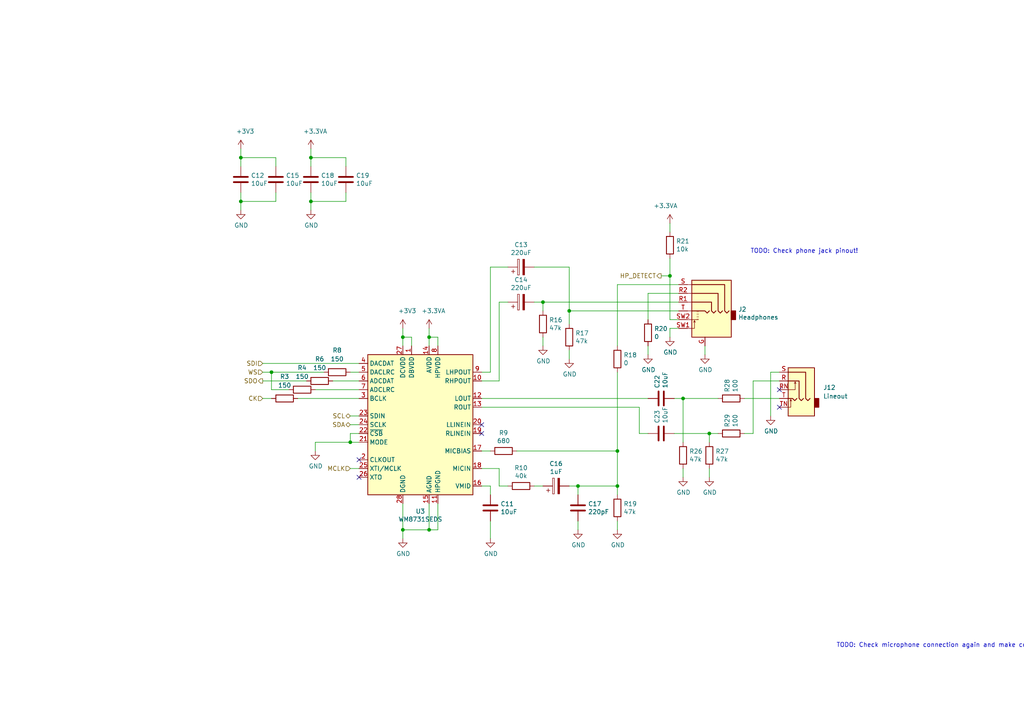
<source format=kicad_sch>
(kicad_sch (version 20210621) (generator eeschema)
  (paper "A4")
  (lib_symbols
    (symbol "Audio:WM8731SEDS"
      (property "Reference" "U" (at -13.97 21.59 0))
      (property "Value" "WM8731SEDS" (at 0 5.08 0))
      (symbol "WM8731SEDS_0_1"
        (rectangle (start -15.24 20.32) (end 15.24 -20.32) (stroke (width 0.254)) (fill (type background)))
      )
      (symbol "WM8731SEDS_1_1"
        (pin power_in line (at -2.54 22.86 270) (length 2.54) (name "DBVDD") (number "1"))
        (pin output line (at 17.78 12.7 180) (length 2.54) (name "RHPOUT") (number "10"))
        (pin power_in line (at 5.08 -22.86 90) (length 2.54) (name "HPGND") (number "11"))
        (pin output line (at 17.78 7.62 180) (length 2.54) (name "LOUT") (number "12"))
        (pin output line (at 17.78 5.08 180) (length 2.54) (name "ROUT") (number "13"))
        (pin power_in line (at 2.54 22.86 270) (length 2.54) (name "AVDD") (number "14"))
        (pin power_in line (at 2.54 -22.86 90) (length 2.54) (name "AGND") (number "15"))
        (pin passive line (at 17.78 -17.78 180) (length 2.54) (name "VMID") (number "16"))
        (pin output line (at 17.78 -7.62 180) (length 2.54) (name "MICBIAS") (number "17"))
        (pin input line (at 17.78 -12.7 180) (length 2.54) (name "MICIN") (number "18"))
        (pin input line (at 17.78 -2.54 180) (length 2.54) (name "RLINEIN") (number "19"))
        (pin output line (at -17.78 -10.16 0) (length 2.54) (name "CLKOUT") (number "2"))
        (pin input line (at 17.78 0 180) (length 2.54) (name "LLINEIN") (number "20"))
        (pin input line (at -17.78 -5.08 0) (length 2.54) (name "MODE") (number "21"))
        (pin input line (at -17.78 -2.54 0) (length 2.54) (name "~{CSB}") (number "22"))
        (pin bidirectional line (at -17.78 2.54 0) (length 2.54) (name "SDIN") (number "23"))
        (pin input line (at -17.78 0 0) (length 2.54) (name "SCLK") (number "24"))
        (pin input line (at -17.78 -12.7 0) (length 2.54) (name "XTI/MCLK") (number "25"))
        (pin output line (at -17.78 -15.24 0) (length 2.54) (name "XTO") (number "26"))
        (pin power_in line (at -5.08 22.86 270) (length 2.54) (name "DCVDD") (number "27"))
        (pin power_in line (at -5.08 -22.86 90) (length 2.54) (name "DGND") (number "28"))
        (pin bidirectional line (at -17.78 7.62 0) (length 2.54) (name "BCLK") (number "3"))
        (pin input line (at -17.78 17.78 0) (length 2.54) (name "DACDAT") (number "4"))
        (pin bidirectional line (at -17.78 15.24 0) (length 2.54) (name "DACLRC") (number "5"))
        (pin output line (at -17.78 12.7 0) (length 2.54) (name "ADCDAT") (number "6"))
        (pin bidirectional line (at -17.78 10.16 0) (length 2.54) (name "ADCLRC") (number "7"))
        (pin power_in line (at 5.08 22.86 270) (length 2.54) (name "HPVDD") (number "8"))
        (pin output line (at 17.78 15.24 180) (length 2.54) (name "LHPOUT") (number "9"))
      )
    )
    (symbol "Connector:AudioJack3_SwitchTR"
      (property "Reference" "J" (at 0 8.89 0))
      (property "Value" "AudioJack3_SwitchTR" (at 0 6.35 0))
      (symbol "AudioJack3_SwitchTR_0_1"
        (rectangle (start -5.08 -5.08) (end -6.35 -7.62) (stroke (width 0.254)) (fill (type outline)))
        (rectangle (start 2.54 3.81) (end -5.08 -10.16) (stroke (width 0.254)) (fill (type background)))
        (polyline (pts (xy 0.508 -0.254) (xy 0.762 -0.762)))
        (polyline (pts (xy 1.778 -5.334) (xy 2.032 -5.842)))
        (polyline (pts (xy 0 -5.08) (xy 0.635 -5.715) (xy 1.27 -5.08) (xy 2.54 -5.08)) (stroke (width 0.254)))
        (polyline (pts (xy 2.54 -7.62) (xy 1.778 -7.62) (xy 1.778 -5.334) (xy 1.524 -5.842)))
        (polyline (pts (xy 2.54 -2.54) (xy 0.508 -2.54) (xy 0.508 -0.254) (xy 0.254 -0.762)))
        (polyline (pts (xy -1.905 -5.08) (xy -1.27 -5.715) (xy -0.635 -5.08) (xy -0.635 0) (xy 2.54 0)) (stroke (width 0.254)))
        (polyline (pts (xy 2.54 2.54) (xy -2.54 2.54) (xy -2.54 -5.08) (xy -3.175 -5.715) (xy -3.81 -5.08)) (stroke (width 0.254)))
      )
      (symbol "AudioJack3_SwitchTR_1_1"
        (pin passive line (at 5.08 0 180) (length 2.54) (name "~") (number "R"))
        (pin passive line (at 5.08 -2.54 180) (length 2.54) (name "~") (number "RN"))
        (pin passive line (at 5.08 2.54 180) (length 2.54) (name "~") (number "S"))
        (pin passive line (at 5.08 -5.08 180) (length 2.54) (name "~") (number "T"))
        (pin passive line (at 5.08 -7.62 180) (length 2.54) (name "~") (number "TN"))
      )
    )
    (symbol "Device:C" (pin_numbers hide) (pin_names (offset 0.254))
      (property "Reference" "C" (at 0.635 2.54 0))
      (property "Value" "C" (at 0.635 -2.54 0))
      (symbol "C_0_1"
        (polyline (pts (xy -2.032 -0.762) (xy 2.032 -0.762)) (stroke (width 0.508)))
        (polyline (pts (xy -2.032 0.762) (xy 2.032 0.762)) (stroke (width 0.508)))
      )
      (symbol "C_1_1"
        (pin passive line (at 0 3.81 270) (length 2.794) (name "~") (number "1"))
        (pin passive line (at 0 -3.81 90) (length 2.794) (name "~") (number "2"))
      )
    )
    (symbol "Device:C_Polarized" (pin_numbers hide) (pin_names (offset 0.254))
      (property "Reference" "C" (at 0.635 2.54 0))
      (property "Value" "C_Polarized" (at 0.635 -2.54 0))
      (symbol "C_Polarized_0_1"
        (rectangle (start -2.286 0.508) (end 2.286 1.016))
        (rectangle (start 2.286 -0.508) (end -2.286 -1.016) (fill (type outline)))
        (polyline (pts (xy -1.778 2.286) (xy -0.762 2.286)))
        (polyline (pts (xy -1.27 2.794) (xy -1.27 1.778)))
      )
      (symbol "C_Polarized_1_1"
        (pin passive line (at 0 3.81 270) (length 2.794) (name "~") (number "1"))
        (pin passive line (at 0 -3.81 90) (length 2.794) (name "~") (number "2"))
      )
    )
    (symbol "Device:R" (pin_numbers hide) (pin_names (offset 0))
      (property "Reference" "R" (at 2.032 0 90))
      (property "Value" "R" (at 0 0 90))
      (symbol "R_0_1"
        (rectangle (start -1.016 -2.54) (end 1.016 2.54) (stroke (width 0.254)))
      )
      (symbol "R_1_1"
        (pin passive line (at 0 3.81 270) (length 1.27) (name "~") (number "1"))
        (pin passive line (at 0 -3.81 90) (length 1.27) (name "~") (number "2"))
      )
    )
    (symbol "HackAmp-Symbols:AudioJack4_Ground_IsolatedSwitch"
      (property "Reference" "J" (at 0 11.43 0))
      (property "Value" "AudioJack4_Ground_IsolatedSwitch" (at 0 8.89 0))
      (symbol "AudioJack4_Ground_IsolatedSwitch_0_1"
        (rectangle (start -7.62 -2.54) (end -8.89 -5.08) (stroke (width 0.254)) (fill (type outline)))
        (rectangle (start -7.62 6.35) (end 3.81 -10.16) (stroke (width 0.254)) (fill (type background)))
        (polyline (pts (xy 1.905 -5.08) (xy 1.905 -4.826)) (stroke (width 0.001)))
        (polyline (pts (xy 1.905 -4.445) (xy 1.905 -4.064)) (stroke (width 0.001)))
        (polyline (pts (xy 1.905 -3.683) (xy 1.905 -3.302)) (stroke (width 0.001)))
        (polyline (pts (xy 1.905 -2.921) (xy 1.905 -2.54)) (stroke (width 0.001)))
        (polyline (pts (xy 2.286 -5.08) (xy 2.286 -4.826)) (stroke (width 0.001)))
        (polyline (pts (xy 2.286 -4.445) (xy 2.286 -4.064)) (stroke (width 0.001)))
        (polyline (pts (xy 2.286 -3.683) (xy 2.286 -3.302)) (stroke (width 0.001)))
        (polyline (pts (xy 2.286 -2.921) (xy 2.286 -2.54)) (stroke (width 0.001)))
        (polyline (pts (xy 3.81 2.54) (xy 5.08 2.54)))
        (polyline (pts (xy 5.08 -5.08) (xy 1.905 -5.08)))
        (polyline (pts (xy 5.08 -2.54) (xy 3.81 -2.54)))
        (polyline (pts (xy 5.08 0) (xy 3.81 0)))
        (polyline (pts (xy 5.08 5.08) (xy 3.81 5.08)))
      )
      (symbol "AudioJack4_Ground_IsolatedSwitch_1_1"
        (polyline (pts (xy 3.048 -5.334) (xy 3.302 -5.842)))
        (polyline (pts (xy -1.27 -2.54) (xy -0.635 -3.175) (xy 0 -2.54) (xy 3.81 -2.54)) (stroke (width 0.254)))
        (polyline (pts (xy 5.08 -7.62) (xy 3.048 -7.62) (xy 3.048 -5.334) (xy 2.794 -5.842)))
        (polyline (pts (xy -3.175 -2.54) (xy -2.54 -3.175) (xy -1.905 -2.54) (xy -1.905 0) (xy 3.81 0)) (stroke (width 0.254)))
        (polyline (pts (xy 3.81 2.54) (xy -3.81 2.54) (xy -3.81 -2.54) (xy -4.445 -3.175) (xy -5.08 -2.54)) (stroke (width 0.254)))
        (polyline (pts (xy 3.81 5.08) (xy -5.715 5.08) (xy -5.715 -2.54) (xy -6.35 -3.175) (xy -6.985 -2.54)) (stroke (width 0.254)))
        (pin passive line (at 0 -12.7 90) (length 2.54) (name "~") (number "G"))
        (pin passive line (at 7.62 0 180) (length 2.54) (name "~") (number "R1"))
        (pin passive line (at 7.62 2.54 180) (length 2.54) (name "~") (number "R2"))
        (pin passive line (at 7.62 5.08 180) (length 2.54) (name "~") (number "S"))
        (pin passive line (at 7.62 -7.62 180) (length 2.54) (name "~") (number "SW1"))
        (pin passive line (at 7.62 -5.08 180) (length 2.54) (name "~") (number "SW2"))
        (pin passive line (at 7.62 -2.54 180) (length 2.54) (name "~") (number "T"))
      )
    )
    (symbol "power:+3.3VA" (power) (pin_names (offset 0))
      (property "Value" "+3.3VA" (at 0 3.556 0))
      (symbol "+3.3VA_0_1"
        (polyline (pts (xy -0.762 1.27) (xy 0 2.54)))
        (polyline (pts (xy 0 0) (xy 0 2.54)))
        (polyline (pts (xy 0 2.54) (xy 0.762 1.27)))
      )
      (symbol "+3.3VA_1_1"
        (pin power_in line (at 0 0 90) (length 0) hide (name "+3.3VA") (number "1"))
      )
    )
    (symbol "power:+3V3" (power) (pin_names (offset 0))
      (property "Value" "+3V3" (at 0 3.556 0))
      (symbol "+3V3_0_1"
        (polyline (pts (xy -0.762 1.27) (xy 0 2.54)))
        (polyline (pts (xy 0 0) (xy 0 2.54)))
        (polyline (pts (xy 0 2.54) (xy 0.762 1.27)))
      )
      (symbol "+3V3_1_1"
        (pin power_in line (at 0 0 90) (length 0) hide (name "+3V3") (number "1"))
      )
    )
    (symbol "power:GND" (power) (pin_names (offset 0))
      (property "Value" "GND" (at 0 -3.81 0))
      (symbol "GND_0_1"
        (polyline (pts (xy 0 0) (xy 0 -1.27) (xy 1.27 -1.27) (xy 0 -2.54) (xy -1.27 -1.27) (xy 0 -1.27)))
      )
      (symbol "GND_1_1"
        (pin power_in line (at 0 0 270) (length 0) hide (name "GND") (number "1"))
      )
    )
  )
  (junction (at 69.85 45.72) (diameter 0.9144))
  (junction (at 69.85 58.42) (diameter 0.9144))
  (junction (at 78.74 107.95) (diameter 0.9144))
  (junction (at 90.17 45.72) (diameter 0.9144))
  (junction (at 90.17 58.42) (diameter 0.9144))
  (junction (at 101.6 128.27) (diameter 0.9144))
  (junction (at 116.84 97.79) (diameter 0.9144))
  (junction (at 116.84 153.67) (diameter 0.9144))
  (junction (at 124.46 97.79) (diameter 0.9144))
  (junction (at 124.46 153.67) (diameter 0.9144))
  (junction (at 157.48 87.63) (diameter 0.9144))
  (junction (at 165.1 90.17) (diameter 0.9144))
  (junction (at 167.64 140.97) (diameter 0.9144))
  (junction (at 179.07 130.81) (diameter 0.9144))
  (junction (at 179.07 140.97) (diameter 0.9144))
  (junction (at 194.31 80.01) (diameter 0.9144))
  (junction (at 198.12 115.57))
  (junction (at 205.74 125.73))
  (no_connect (at 104.14 133.35))
  (no_connect (at 104.14 138.43))
  (no_connect (at 139.7 123.19))
  (no_connect (at 139.7 125.73))
  (no_connect (at 226.06 113.03))
  (no_connect (at 226.06 118.11))
  (wire (pts (xy 69.85 43.18) (xy 69.85 45.72)))
  (wire (pts (xy 69.85 45.72) (xy 80.01 45.72)))
  (wire (pts (xy 69.85 48.26) (xy 69.85 45.72)))
  (wire (pts (xy 69.85 55.88) (xy 69.85 58.42)))
  (wire (pts (xy 69.85 58.42) (xy 69.85 60.96)))
  (wire (pts (xy 69.85 58.42) (xy 80.01 58.42)))
  (wire (pts (xy 76.2 105.41) (xy 104.14 105.41)))
  (wire (pts (xy 76.2 107.95) (xy 78.74 107.95)))
  (wire (pts (xy 76.2 110.49) (xy 88.9 110.49)))
  (wire (pts (xy 76.2 115.57) (xy 78.74 115.57)))
  (wire (pts (xy 78.74 107.95) (xy 78.74 113.03)))
  (wire (pts (xy 78.74 107.95) (xy 93.98 107.95)))
  (wire (pts (xy 78.74 113.03) (xy 83.82 113.03)))
  (wire (pts (xy 80.01 48.26) (xy 80.01 45.72)))
  (wire (pts (xy 80.01 55.88) (xy 80.01 58.42)))
  (wire (pts (xy 86.36 115.57) (xy 104.14 115.57)))
  (wire (pts (xy 90.17 43.18) (xy 90.17 45.72)))
  (wire (pts (xy 90.17 45.72) (xy 100.33 45.72)))
  (wire (pts (xy 90.17 48.26) (xy 90.17 45.72)))
  (wire (pts (xy 90.17 58.42) (xy 90.17 55.88)))
  (wire (pts (xy 90.17 58.42) (xy 90.17 60.96)))
  (wire (pts (xy 90.17 58.42) (xy 100.33 58.42)))
  (wire (pts (xy 91.44 113.03) (xy 104.14 113.03)))
  (wire (pts (xy 91.44 128.27) (xy 101.6 128.27)))
  (wire (pts (xy 91.44 130.81) (xy 91.44 128.27)))
  (wire (pts (xy 96.52 110.49) (xy 104.14 110.49)))
  (wire (pts (xy 100.33 45.72) (xy 100.33 48.26)))
  (wire (pts (xy 100.33 58.42) (xy 100.33 55.88)))
  (wire (pts (xy 101.6 107.95) (xy 104.14 107.95)))
  (wire (pts (xy 101.6 120.65) (xy 104.14 120.65)))
  (wire (pts (xy 101.6 123.19) (xy 104.14 123.19)))
  (wire (pts (xy 101.6 125.73) (xy 101.6 128.27)))
  (wire (pts (xy 101.6 128.27) (xy 104.14 128.27)))
  (wire (pts (xy 101.6 135.89) (xy 104.14 135.89)))
  (wire (pts (xy 104.14 125.73) (xy 101.6 125.73)))
  (wire (pts (xy 116.84 95.25) (xy 116.84 97.79)))
  (wire (pts (xy 116.84 97.79) (xy 119.38 97.79)))
  (wire (pts (xy 116.84 100.33) (xy 116.84 97.79)))
  (wire (pts (xy 116.84 153.67) (xy 116.84 146.05)))
  (wire (pts (xy 116.84 153.67) (xy 116.84 156.21)))
  (wire (pts (xy 119.38 100.33) (xy 119.38 97.79)))
  (wire (pts (xy 124.46 95.25) (xy 124.46 97.79)))
  (wire (pts (xy 124.46 97.79) (xy 127 97.79)))
  (wire (pts (xy 124.46 100.33) (xy 124.46 97.79)))
  (wire (pts (xy 124.46 146.05) (xy 124.46 153.67)))
  (wire (pts (xy 124.46 153.67) (xy 116.84 153.67)))
  (wire (pts (xy 127 97.79) (xy 127 100.33)))
  (wire (pts (xy 127 146.05) (xy 127 153.67)))
  (wire (pts (xy 127 153.67) (xy 124.46 153.67)))
  (wire (pts (xy 139.7 107.95) (xy 142.24 107.95)))
  (wire (pts (xy 139.7 110.49) (xy 144.78 110.49)))
  (wire (pts (xy 139.7 115.57) (xy 187.96 115.57)))
  (wire (pts (xy 139.7 130.81) (xy 142.24 130.81)))
  (wire (pts (xy 139.7 135.89) (xy 144.78 135.89)))
  (wire (pts (xy 139.7 140.97) (xy 142.24 140.97)))
  (wire (pts (xy 142.24 77.47) (xy 147.32 77.47)))
  (wire (pts (xy 142.24 107.95) (xy 142.24 77.47)))
  (wire (pts (xy 142.24 143.51) (xy 142.24 140.97)))
  (wire (pts (xy 142.24 151.13) (xy 142.24 156.21)))
  (wire (pts (xy 144.78 87.63) (xy 147.32 87.63)))
  (wire (pts (xy 144.78 110.49) (xy 144.78 87.63)))
  (wire (pts (xy 144.78 135.89) (xy 144.78 140.97)))
  (wire (pts (xy 144.78 140.97) (xy 147.32 140.97)))
  (wire (pts (xy 154.94 77.47) (xy 165.1 77.47)))
  (wire (pts (xy 154.94 87.63) (xy 157.48 87.63)))
  (wire (pts (xy 154.94 140.97) (xy 157.48 140.97)))
  (wire (pts (xy 157.48 87.63) (xy 157.48 90.17)))
  (wire (pts (xy 157.48 97.79) (xy 157.48 100.33)))
  (wire (pts (xy 165.1 77.47) (xy 165.1 90.17)))
  (wire (pts (xy 165.1 90.17) (xy 165.1 93.98)))
  (wire (pts (xy 165.1 90.17) (xy 196.85 90.17)))
  (wire (pts (xy 165.1 104.14) (xy 165.1 101.6)))
  (wire (pts (xy 165.1 140.97) (xy 167.64 140.97)))
  (wire (pts (xy 167.64 140.97) (xy 167.64 143.51)))
  (wire (pts (xy 167.64 151.13) (xy 167.64 153.67)))
  (wire (pts (xy 179.07 82.55) (xy 179.07 100.33)))
  (wire (pts (xy 179.07 82.55) (xy 196.85 82.55)))
  (wire (pts (xy 179.07 107.95) (xy 179.07 130.81)))
  (wire (pts (xy 179.07 130.81) (xy 149.86 130.81)))
  (wire (pts (xy 179.07 140.97) (xy 167.64 140.97)))
  (wire (pts (xy 179.07 140.97) (xy 179.07 130.81)))
  (wire (pts (xy 179.07 143.51) (xy 179.07 140.97)))
  (wire (pts (xy 179.07 153.67) (xy 179.07 151.13)))
  (wire (pts (xy 185.42 118.11) (xy 139.7 118.11)))
  (wire (pts (xy 185.42 125.73) (xy 185.42 118.11)))
  (wire (pts (xy 187.96 85.09) (xy 187.96 92.71)))
  (wire (pts (xy 187.96 100.33) (xy 187.96 102.87)))
  (wire (pts (xy 187.96 125.73) (xy 185.42 125.73)))
  (wire (pts (xy 191.77 80.01) (xy 194.31 80.01)))
  (wire (pts (xy 194.31 64.77) (xy 194.31 67.31)))
  (wire (pts (xy 194.31 74.93) (xy 194.31 80.01)))
  (wire (pts (xy 194.31 80.01) (xy 194.31 92.71)))
  (wire (pts (xy 194.31 92.71) (xy 196.85 92.71)))
  (wire (pts (xy 194.31 95.25) (xy 194.31 97.79)))
  (wire (pts (xy 195.58 115.57) (xy 198.12 115.57)))
  (wire (pts (xy 195.58 125.73) (xy 205.74 125.73)))
  (wire (pts (xy 196.85 85.09) (xy 187.96 85.09)))
  (wire (pts (xy 196.85 87.63) (xy 157.48 87.63)))
  (wire (pts (xy 196.85 95.25) (xy 194.31 95.25)))
  (wire (pts (xy 198.12 115.57) (xy 198.12 128.27)))
  (wire (pts (xy 198.12 115.57) (xy 208.28 115.57)))
  (wire (pts (xy 198.12 135.89) (xy 198.12 138.43)))
  (wire (pts (xy 204.47 100.33) (xy 204.47 102.87)))
  (wire (pts (xy 205.74 125.73) (xy 205.74 128.27)))
  (wire (pts (xy 205.74 125.73) (xy 208.28 125.73)))
  (wire (pts (xy 205.74 135.89) (xy 205.74 138.43)))
  (wire (pts (xy 215.9 115.57) (xy 226.06 115.57)))
  (wire (pts (xy 215.9 125.73) (xy 218.44 125.73)))
  (wire (pts (xy 218.44 110.49) (xy 226.06 110.49)))
  (wire (pts (xy 218.44 125.73) (xy 218.44 110.49)))
  (wire (pts (xy 223.52 107.95) (xy 226.06 107.95)))
  (wire (pts (xy 223.52 120.65) (xy 223.52 107.95)))
  (text "TODO: Check microphone connection again and make configurable - other schematics connect only the ring!" (at 242.57 187.96 0) (effects (font (size 1.27 1.27)) (justify left bottom)))
  (text "TODO: Check phone jack pinout!" (at 248.92 73.66 180) (effects (font (size 1.27 1.27)) (justify right bottom)))
  (hierarchical_label "SDI" (shape input) (at 76.2 105.41 180))
  (hierarchical_label "WS" (shape input) (at 76.2 107.95 180))
  (hierarchical_label "SDO" (shape output) (at 76.2 110.49 180))
  (hierarchical_label "CK" (shape input) (at 76.2 115.57 180))
  (hierarchical_label "SCL" (shape bidirectional) (at 101.6 120.65 180))
  (hierarchical_label "SDA" (shape bidirectional) (at 101.6 123.19 180))
  (hierarchical_label "MCLK" (shape input) (at 101.6 135.89 180))
  (hierarchical_label "HP_DETECT" (shape output) (at 191.77 80.01 180))
  (symbol (lib_id "power:+3V3") (at 69.85 43.18 0) (unit 1)
    (property "Reference" "#PWR0103" (effects hide))
    (property "Value" "+3V3" (at 71.12 38.1 0))
  )
  (symbol (lib_id "power:+3.3VA") (at 90.17 43.18 0) (unit 1)
    (property "Reference" "#PWR0105" (effects hide))
    (property "Value" "+3.3VA" (at 91.44 38.1 0))
  )
  (symbol (lib_id "power:+3V3") (at 116.84 95.25 0) (unit 1)
    (property "Reference" "#PWR0132" (effects hide))
    (property "Value" "+3V3" (at 118.11 90.17 0))
  )
  (symbol (lib_id "power:+3.3VA") (at 124.46 95.25 0) (unit 1)
    (property "Reference" "#PWR0131" (effects hide))
    (property "Value" "+3.3VA" (at 125.73 90.17 0))
  )
  (symbol (lib_id "power:+3.3VA") (at 194.31 64.77 0) (mirror y) (unit 1)
    (property "Reference" "#PWR0124" (effects hide))
    (property "Value" "+3.3VA" (at 193.04 59.69 0))
  )
  (symbol (lib_id "power:GND") (at 69.85 60.96 0) (unit 1)
    (property "Reference" "#PWR0102" (effects hide))
    (property "Value" "GND" (at 69.977 65.3542 0))
  )
  (symbol (lib_id "power:GND") (at 90.17 60.96 0) (unit 1)
    (property "Reference" "#PWR0106" (effects hide))
    (property "Value" "GND" (at 90.297 65.3542 0))
  )
  (symbol (lib_id "power:GND") (at 91.44 130.81 0) (unit 1)
    (property "Reference" "#PWR0107" (effects hide))
    (property "Value" "GND" (at 91.567 135.2042 0))
  )
  (symbol (lib_id "power:GND") (at 116.84 156.21 0) (unit 1)
    (property "Reference" "#PWR0119" (effects hide))
    (property "Value" "GND" (at 116.967 160.6042 0))
  )
  (symbol (lib_id "power:GND") (at 142.24 156.21 0) (unit 1)
    (property "Reference" "#PWR0120" (effects hide))
    (property "Value" "GND" (at 142.367 160.6042 0))
  )
  (symbol (lib_id "power:GND") (at 157.48 100.33 0) (unit 1)
    (property "Reference" "#PWR0128" (effects hide))
    (property "Value" "GND" (at 157.607 104.7242 0))
  )
  (symbol (lib_id "power:GND") (at 165.1 104.14 0) (unit 1)
    (property "Reference" "#PWR0127" (effects hide))
    (property "Value" "GND" (at 165.227 108.5342 0))
  )
  (symbol (lib_id "power:GND") (at 167.64 153.67 0) (unit 1)
    (property "Reference" "#PWR0129" (effects hide))
    (property "Value" "GND" (at 167.767 158.0642 0))
  )
  (symbol (lib_id "power:GND") (at 179.07 153.67 0) (unit 1)
    (property "Reference" "#PWR0130" (effects hide))
    (property "Value" "GND" (at 179.197 158.0642 0))
  )
  (symbol (lib_id "power:GND") (at 187.96 102.87 0) (unit 1)
    (property "Reference" "#PWR0121" (effects hide))
    (property "Value" "GND" (at 188.087 107.2642 0))
  )
  (symbol (lib_id "power:GND") (at 194.31 97.79 0) (unit 1)
    (property "Reference" "#PWR0126" (effects hide))
    (property "Value" "GND" (at 194.437 102.1842 0))
  )
  (symbol (lib_id "power:GND") (at 198.12 138.43 0) (unit 1)
    (property "Reference" "#PWR0152" (effects hide))
    (property "Value" "GND" (at 198.247 142.8242 0))
  )
  (symbol (lib_id "power:GND") (at 204.47 102.87 0) (unit 1)
    (property "Reference" "#PWR0125" (effects hide))
    (property "Value" "GND" (at 204.597 107.2642 0))
  )
  (symbol (lib_id "power:GND") (at 205.74 138.43 0) (unit 1)
    (property "Reference" "#PWR0153" (effects hide))
    (property "Value" "GND" (at 205.867 142.8242 0))
  )
  (symbol (lib_id "power:GND") (at 223.52 120.65 0) (unit 1)
    (property "Reference" "#PWR0154" (effects hide))
    (property "Value" "GND" (at 223.647 125.0442 0))
  )
  (symbol (lib_id "Device:R") (at 82.55 115.57 90) (unit 1)
    (property "Reference" "R3" (at 82.55 109.22 90))
    (property "Value" "150" (at 82.55 111.76 90))
    (property "Footprint" "Resistor_SMD:R_0603_1608Metric" (effects hide))
  )
  (symbol (lib_id "Device:R") (at 87.63 113.03 90) (unit 1)
    (property "Reference" "R4" (at 87.63 106.68 90))
    (property "Value" "150" (at 87.63 109.22 90))
    (property "Footprint" "Resistor_SMD:R_0603_1608Metric" (effects hide))
  )
  (symbol (lib_id "Device:R") (at 92.71 110.49 90) (unit 1)
    (property "Reference" "R6" (at 92.71 104.14 90))
    (property "Value" "150" (at 92.71 106.68 90))
    (property "Footprint" "Resistor_SMD:R_0603_1608Metric" (effects hide))
  )
  (symbol (lib_id "Device:R") (at 97.79 107.95 90) (unit 1)
    (property "Reference" "R8" (at 97.79 101.6 90))
    (property "Value" "150" (at 97.79 104.14 90))
    (property "Footprint" "Resistor_SMD:R_0603_1608Metric" (effects hide))
  )
  (symbol (lib_id "Device:R") (at 146.05 130.81 270) (unit 1)
    (property "Reference" "R9" (at 146.05 125.5522 90))
    (property "Value" "680" (at 146.05 127.8636 90))
    (property "Footprint" "Resistor_SMD:R_0603_1608Metric" (effects hide))
  )
  (symbol (lib_id "Device:R") (at 151.13 140.97 270) (unit 1)
    (property "Reference" "R10" (at 151.13 135.7122 90))
    (property "Value" "40k" (at 151.13 138.0236 90))
    (property "Footprint" "Resistor_SMD:R_0603_1608Metric" (effects hide))
  )
  (symbol (lib_id "Device:R") (at 157.48 93.98 0) (unit 1)
    (property "Reference" "R16" (at 159.258 92.8116 0) (effects (justify left)))
    (property "Value" "47k" (at 159.258 95.123 0) (effects (justify left)))
    (property "Footprint" "Resistor_SMD:R_0603_1608Metric" (effects hide))
  )
  (symbol (lib_id "Device:R") (at 165.1 97.79 0) (unit 1)
    (property "Reference" "R17" (at 166.878 96.6216 0) (effects (justify left)))
    (property "Value" "47k" (at 166.878 98.933 0) (effects (justify left)))
    (property "Footprint" "Resistor_SMD:R_0603_1608Metric" (effects hide))
  )
  (symbol (lib_id "Device:R") (at 179.07 104.14 0) (unit 1)
    (property "Reference" "R18" (at 180.848 102.9716 0) (effects (justify left)))
    (property "Value" "0" (at 180.848 105.283 0) (effects (justify left)))
    (property "Footprint" "Resistor_SMD:R_0603_1608Metric" (effects hide))
  )
  (symbol (lib_id "Device:R") (at 179.07 147.32 0) (unit 1)
    (property "Reference" "R19" (at 180.848 146.1516 0) (effects (justify left)))
    (property "Value" "47k" (at 180.848 148.463 0) (effects (justify left)))
    (property "Footprint" "Resistor_SMD:R_0603_1608Metric" (effects hide))
  )
  (symbol (lib_id "Device:R") (at 187.96 96.52 0) (unit 1)
    (property "Reference" "R20" (at 189.738 95.3516 0) (effects (justify left)))
    (property "Value" "0" (at 189.738 97.663 0) (effects (justify left)))
    (property "Footprint" "Resistor_SMD:R_0603_1608Metric" (effects hide))
  )
  (symbol (lib_id "Device:R") (at 194.31 71.12 0) (unit 1)
    (property "Reference" "R21" (at 196.088 69.9516 0) (effects (justify left)))
    (property "Value" "10k" (at 196.088 72.263 0) (effects (justify left)))
    (property "Footprint" "Resistor_SMD:R_0603_1608Metric" (effects hide))
    (property "Mouser" "652-CR0603FX-1002ELF" (effects hide))
    (property "Part Name" "Bourns CR0603-FX-1002ELF" (effects hide))
  )
  (symbol (lib_id "Device:R") (at 198.12 132.08 0) (unit 1)
    (property "Reference" "R26" (at 199.898 130.9116 0) (effects (justify left)))
    (property "Value" "47k" (at 199.898 133.223 0) (effects (justify left)))
    (property "Footprint" "Resistor_SMD:R_0603_1608Metric" (effects hide))
  )
  (symbol (lib_id "Device:R") (at 205.74 132.08 0) (unit 1)
    (property "Reference" "R27" (at 207.518 130.9116 0) (effects (justify left)))
    (property "Value" "47k" (at 207.518 133.223 0) (effects (justify left)))
    (property "Footprint" "Resistor_SMD:R_0603_1608Metric" (effects hide))
  )
  (symbol (lib_id "Device:R") (at 212.09 115.57 90) (unit 1)
    (property "Reference" "R28" (at 210.9216 113.792 0) (effects (justify left)))
    (property "Value" "100" (at 213.233 113.792 0) (effects (justify left)))
    (property "Footprint" "Resistor_SMD:R_0603_1608Metric" (effects hide))
  )
  (symbol (lib_id "Device:R") (at 212.09 125.73 90) (unit 1)
    (property "Reference" "R29" (at 210.9216 123.952 0) (effects (justify left)))
    (property "Value" "100" (at 213.233 123.952 0) (effects (justify left)))
    (property "Footprint" "Resistor_SMD:R_0603_1608Metric" (effects hide))
  )
  (symbol (lib_id "Device:C") (at 69.85 52.07 0) (unit 1)
    (property "Reference" "C12" (at 72.771 50.9016 0) (effects (justify left)))
    (property "Value" "10uF" (at 72.771 53.213 0) (effects (justify left)))
    (property "Footprint" "Capacitor_SMD:C_0805_2012Metric" (effects hide))
    (property "Part Name" "Taiyo Yuden LMK212F106ZG-T" (effects hide))
    (property "Mouser" "963-LMK212F106ZG-T" (effects hide))
  )
  (symbol (lib_id "Device:C") (at 80.01 52.07 0) (unit 1)
    (property "Reference" "C15" (at 82.931 50.9016 0) (effects (justify left)))
    (property "Value" "10uF" (at 82.931 53.213 0) (effects (justify left)))
    (property "Footprint" "Capacitor_SMD:C_0805_2012Metric" (effects hide))
    (property "Part Name" "Taiyo Yuden LMK212F106ZG-T" (effects hide))
    (property "Mouser" "963-LMK212F106ZG-T" (effects hide))
  )
  (symbol (lib_id "Device:C") (at 90.17 52.07 0) (unit 1)
    (property "Reference" "C18" (at 93.091 50.9016 0) (effects (justify left)))
    (property "Value" "10uF" (at 93.091 53.213 0) (effects (justify left)))
    (property "Footprint" "Capacitor_SMD:C_0805_2012Metric" (effects hide))
    (property "Part Name" "Taiyo Yuden LMK212F106ZG-T" (effects hide))
    (property "Mouser" "963-LMK212F106ZG-T" (effects hide))
  )
  (symbol (lib_id "Device:C") (at 100.33 52.07 0) (unit 1)
    (property "Reference" "C19" (at 103.251 50.9016 0) (effects (justify left)))
    (property "Value" "10uF" (at 103.251 53.213 0) (effects (justify left)))
    (property "Footprint" "Capacitor_SMD:C_0805_2012Metric" (effects hide))
    (property "Part Name" "Taiyo Yuden LMK212F106ZG-T" (effects hide))
    (property "Mouser" "963-LMK212F106ZG-T" (effects hide))
  )
  (symbol (lib_id "Device:C") (at 142.24 147.32 0) (unit 1)
    (property "Reference" "C11" (at 145.161 146.1516 0) (effects (justify left)))
    (property "Value" "10uF" (at 145.161 148.463 0) (effects (justify left)))
    (property "Footprint" "Capacitor_SMD:C_0805_2012Metric" (effects hide))
    (property "Part Name" "Taiyo Yuden LMK212F106ZG-T" (effects hide))
    (property "Mouser" "963-LMK212F106ZG-T" (effects hide))
  )
  (symbol (lib_id "Device:C_Polarized") (at 151.13 77.47 90) (unit 1)
    (property "Reference" "C13" (at 151.13 70.993 90))
    (property "Value" "220uF" (at 151.13 73.3044 90))
    (property "Footprint" "Capacitor_SMD:CP_Elec_6.3x7.7" (effects hide))
    (property "Mouser" "140-VZL221M1CTR-0607" (effects hide))
    (property "Part Name" "Lelon VZL221M1CTR-0607" (effects hide))
  )
  (symbol (lib_id "Device:C_Polarized") (at 151.13 87.63 90) (unit 1)
    (property "Reference" "C14" (at 151.13 81.153 90))
    (property "Value" "220uF" (at 151.13 83.4644 90))
    (property "Footprint" "Capacitor_SMD:CP_Elec_6.3x7.7" (effects hide))
    (property "Mouser" "140-VZL221M1CTR-0607" (effects hide))
    (property "Part Name" "Lelon VZL221M1CTR-0607" (effects hide))
  )
  (symbol (lib_id "Device:C_Polarized") (at 161.29 140.97 90) (unit 1)
    (property "Reference" "C16" (at 161.29 134.493 90))
    (property "Value" "1uF" (at 161.29 136.8044 90))
    (property "Footprint" "Capacitor_SMD:CP_Elec_4x5.4" (effects hide))
    (property "Mouser" "710-865060640001" (effects hide))
    (property "Part Name" "Wurth 865060640001" (effects hide))
  )
  (symbol (lib_id "Device:C") (at 167.64 147.32 0) (unit 1)
    (property "Reference" "C17" (at 170.561 146.1516 0) (effects (justify left)))
    (property "Value" "220pF" (at 170.561 148.463 0) (effects (justify left)))
    (property "Footprint" "Capacitor_SMD:C_0603_1608Metric" (effects hide))
    (property "Part Name" "Vishay VJ0603A221JNAAO" (effects hide))
    (property "Mouser" "77-VJ0603A221JNAAO" (effects hide))
  )
  (symbol (lib_id "Device:C") (at 191.77 115.57 90) (unit 1)
    (property "Reference" "C22" (at 190.6016 112.649 0) (effects (justify left)))
    (property "Value" "10uF" (at 192.913 112.649 0) (effects (justify left)))
    (property "Footprint" "Capacitor_SMD:C_0805_2012Metric" (effects hide))
    (property "Part Name" "Taiyo Yuden LMK212F106ZG-T" (effects hide))
    (property "Mouser" "963-LMK212F106ZG-T" (effects hide))
  )
  (symbol (lib_id "Device:C") (at 191.77 125.73 90) (unit 1)
    (property "Reference" "C23" (at 190.6016 122.809 0) (effects (justify left)))
    (property "Value" "10uF" (at 192.913 122.809 0) (effects (justify left)))
    (property "Footprint" "Capacitor_SMD:C_0805_2012Metric" (effects hide))
    (property "Part Name" "Taiyo Yuden LMK212F106ZG-T" (effects hide))
    (property "Mouser" "963-LMK212F106ZG-T" (effects hide))
  )
  (symbol (lib_id "Connector:AudioJack3_SwitchTR") (at 231.14 110.49 0) (mirror y) (unit 1)
    (property "Reference" "J12" (at 238.76 112.3949 0) (effects (justify right)))
    (property "Value" "Lineout" (at 238.76 114.9349 0) (effects (justify right)))
    (property "Footprint" "HackAmp-Footprints:Jack_3.5mm_Switchcraft_35RASMT4BHNTRX_Horizontal" (effects hide))
  )
  (symbol (lib_id "HackAmp-Symbols:AudioJack4_Ground_IsolatedSwitch") (at 204.47 87.63 0) (mirror y) (unit 1)
    (property "Reference" "J2" (at 214.1221 89.7318 0) (effects (justify right)))
    (property "Value" "Headphones" (at 214.1221 92.0305 0) (effects (justify right)))
    (property "Footprint" "HackAmp-Footprints:Jack_3.5mm_CUI_SJ-435107RS_Horizontal" (effects hide))
    (property "Mouser" "490-SJ-435107RS" (effects hide))
    (property "Part Name" "CUI SJ-435107RS" (effects hide))
  )
  (symbol (lib_id "Audio:WM8731SEDS") (at 121.92 123.19 0) (unit 1)
    (property "Reference" "U3" (at 121.92 148.3106 0))
    (property "Value" "WM8731SEDS" (at 121.92 150.622 0))
    (property "Footprint" "Package_SO:SSOP-28_5.3x10.2mm_P0.65mm" (effects hide))
    (property "Datasheet" "https://statics.cirrus.com/pubs/proDatasheet/WM8731_v4.9.pdf" (effects hide))
    (property "Part Name" "Cirrus Logic WM8731SEDS/V\n" (effects hide))
    (property "Mouser" "238-WM8731SEDS/V\n" (effects hide))
  )
)
</source>
